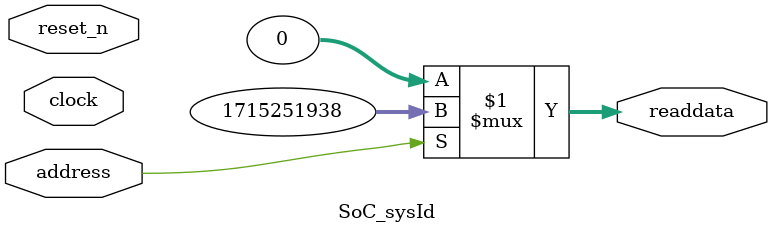
<source format=v>

`timescale 1ns / 1ps
// synthesis translate_on

// turn off superfluous verilog processor warnings 
// altera message_level Level1 
// altera message_off 10034 10035 10036 10037 10230 10240 10030 

module SoC_sysId (
               // inputs:
                address,
                clock,
                reset_n,

               // outputs:
                readdata
             )
;

  output  [ 31: 0] readdata;
  input            address;
  input            clock;
  input            reset_n;

  wire    [ 31: 0] readdata;
  //control_slave, which is an e_avalon_slave
  assign readdata = address ? 1715251938 : 0;

endmodule




</source>
